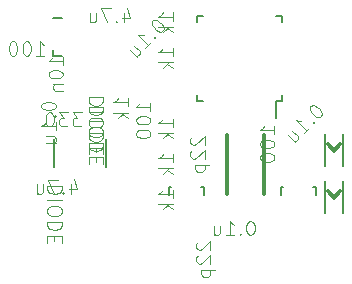
<source format=gbr>
G04 #@! TF.FileFunction,Legend,Bot*
%FSLAX46Y46*%
G04 Gerber Fmt 4.6, Leading zero omitted, Abs format (unit mm)*
G04 Created by KiCad (PCBNEW 4.0.6) date 04/15/17 09:15:45*
%MOMM*%
%LPD*%
G01*
G04 APERTURE LIST*
%ADD10C,0.100000*%
%ADD11C,0.150000*%
%ADD12C,0.300000*%
%ADD13C,0.101600*%
G04 APERTURE END LIST*
D10*
D11*
X22625000Y-9625000D02*
X22100000Y-9625000D01*
X22625000Y-2375000D02*
X22100000Y-2375000D01*
X15375000Y-2375000D02*
X15900000Y-2375000D01*
X15375000Y-9625000D02*
X15900000Y-9625000D01*
X22625000Y-9625000D02*
X22625000Y-9100000D01*
X15375000Y-9625000D02*
X15375000Y-9100000D01*
X15375000Y-2375000D02*
X15375000Y-2900000D01*
X22625000Y-2375000D02*
X22625000Y-2900000D01*
X22100000Y-9625000D02*
X22100000Y-11000000D01*
D12*
X17900000Y-17500000D02*
X17900000Y-12500000D01*
X21100000Y-17500000D02*
X21100000Y-12500000D01*
D11*
X3249480Y-5800200D02*
X3249480Y-5309980D01*
X3950520Y-5800200D02*
X3249480Y-5800200D01*
X3950520Y-2599800D02*
X3249480Y-2599800D01*
D12*
X27000000Y-13800000D02*
X26500000Y-13200000D01*
X27000000Y-13800000D02*
X27500000Y-13200000D01*
D11*
X26250000Y-15100000D02*
X26250000Y-12400000D01*
X27750000Y-15100000D02*
X27750000Y-12400000D01*
D12*
X27000000Y-17800000D02*
X26500000Y-17200000D01*
X27000000Y-17800000D02*
X27500000Y-17200000D01*
D11*
X26250000Y-19100000D02*
X26250000Y-16400000D01*
X27750000Y-19100000D02*
X27750000Y-16400000D01*
X7700000Y-15200000D02*
X7700000Y-12800000D01*
X3300000Y-12800000D02*
X3300000Y-15200000D01*
X25499820Y-17550800D02*
X25499820Y-16849760D01*
X25499820Y-16849760D02*
X25250900Y-16849760D01*
X22700840Y-16849760D02*
X22500180Y-16849760D01*
X22500180Y-16849760D02*
X22500180Y-17550800D01*
X15999820Y-17550800D02*
X15999820Y-16849760D01*
X15999820Y-16849760D02*
X15750900Y-16849760D01*
X13200840Y-16849760D02*
X13000180Y-16849760D01*
X13000180Y-16849760D02*
X13000180Y-17550800D01*
D13*
X19982929Y-19736048D02*
X19868024Y-19736048D01*
X19753119Y-19793500D01*
X19695667Y-19850952D01*
X19638214Y-19965857D01*
X19580762Y-20195667D01*
X19580762Y-20482929D01*
X19638214Y-20712738D01*
X19695667Y-20827643D01*
X19753119Y-20885095D01*
X19868024Y-20942548D01*
X19982929Y-20942548D01*
X20097833Y-20885095D01*
X20155286Y-20827643D01*
X20212738Y-20712738D01*
X20270190Y-20482929D01*
X20270190Y-20195667D01*
X20212738Y-19965857D01*
X20155286Y-19850952D01*
X20097833Y-19793500D01*
X19982929Y-19736048D01*
X19063690Y-20827643D02*
X19006238Y-20885095D01*
X19063690Y-20942548D01*
X19121142Y-20885095D01*
X19063690Y-20827643D01*
X19063690Y-20942548D01*
X17857190Y-20942548D02*
X18546618Y-20942548D01*
X18201904Y-20942548D02*
X18201904Y-19736048D01*
X18316809Y-19908405D01*
X18431714Y-20023310D01*
X18546618Y-20080762D01*
X16823047Y-20138214D02*
X16823047Y-20942548D01*
X17340118Y-20138214D02*
X17340118Y-20770190D01*
X17282666Y-20885095D01*
X17167761Y-20942548D01*
X16995404Y-20942548D01*
X16880499Y-20885095D01*
X16823047Y-20827643D01*
X15450952Y-21529810D02*
X15393500Y-21587262D01*
X15336048Y-21702167D01*
X15336048Y-21989429D01*
X15393500Y-22104333D01*
X15450952Y-22161786D01*
X15565857Y-22219238D01*
X15680762Y-22219238D01*
X15853119Y-22161786D01*
X16542548Y-21472357D01*
X16542548Y-22219238D01*
X15450952Y-22678858D02*
X15393500Y-22736310D01*
X15336048Y-22851215D01*
X15336048Y-23138477D01*
X15393500Y-23253381D01*
X15450952Y-23310834D01*
X15565857Y-23368286D01*
X15680762Y-23368286D01*
X15853119Y-23310834D01*
X16542548Y-22621405D01*
X16542548Y-23368286D01*
X15738214Y-23885358D02*
X16944714Y-23885358D01*
X15795667Y-23885358D02*
X15738214Y-24000263D01*
X15738214Y-24230072D01*
X15795667Y-24344977D01*
X15853119Y-24402429D01*
X15968024Y-24459882D01*
X16312738Y-24459882D01*
X16427643Y-24402429D01*
X16485095Y-24344977D01*
X16542548Y-24230072D01*
X16542548Y-24000263D01*
X16485095Y-23885358D01*
X14950952Y-12629810D02*
X14893500Y-12687262D01*
X14836048Y-12802167D01*
X14836048Y-13089429D01*
X14893500Y-13204333D01*
X14950952Y-13261786D01*
X15065857Y-13319238D01*
X15180762Y-13319238D01*
X15353119Y-13261786D01*
X16042548Y-12572357D01*
X16042548Y-13319238D01*
X14950952Y-13778858D02*
X14893500Y-13836310D01*
X14836048Y-13951215D01*
X14836048Y-14238477D01*
X14893500Y-14353381D01*
X14950952Y-14410834D01*
X15065857Y-14468286D01*
X15180762Y-14468286D01*
X15353119Y-14410834D01*
X16042548Y-13721405D01*
X16042548Y-14468286D01*
X15238214Y-14985358D02*
X16444714Y-14985358D01*
X15295667Y-14985358D02*
X15238214Y-15100263D01*
X15238214Y-15330072D01*
X15295667Y-15444977D01*
X15353119Y-15502429D01*
X15468024Y-15559882D01*
X15812738Y-15559882D01*
X15927643Y-15502429D01*
X15985095Y-15444977D01*
X16042548Y-15330072D01*
X16042548Y-15100263D01*
X15985095Y-14985358D01*
X25069054Y-9971875D02*
X24987803Y-10053125D01*
X24947178Y-10175000D01*
X24947178Y-10256250D01*
X24987803Y-10378125D01*
X25109678Y-10581250D01*
X25312803Y-10784375D01*
X25515927Y-10906250D01*
X25637803Y-10946875D01*
X25719052Y-10946875D01*
X25840928Y-10906250D01*
X25922178Y-10825000D01*
X25962802Y-10703125D01*
X25962803Y-10621875D01*
X25922177Y-10500000D01*
X25800302Y-10296876D01*
X25597177Y-10093751D01*
X25394053Y-9971875D01*
X25272178Y-9931250D01*
X25190928Y-9931251D01*
X25069054Y-9971875D01*
X25190928Y-11393750D02*
X25190928Y-11474999D01*
X25272178Y-11475000D01*
X25272177Y-11393750D01*
X25190928Y-11393750D01*
X25272178Y-11475000D01*
X24419053Y-12328124D02*
X24906553Y-11840625D01*
X24662803Y-12084375D02*
X23809679Y-11231250D01*
X24012804Y-11271875D01*
X24175304Y-11271875D01*
X24297178Y-11231250D01*
X23119054Y-12490624D02*
X23687804Y-13059374D01*
X23484678Y-12124999D02*
X23931553Y-12571874D01*
X23972178Y-12693749D01*
X23931554Y-12815624D01*
X23809679Y-12937499D01*
X23687803Y-12978124D01*
X23606554Y-12978124D01*
X11679967Y-2739642D02*
X11598716Y-2820892D01*
X11558091Y-2942767D01*
X11558091Y-3024017D01*
X11598716Y-3145892D01*
X11720591Y-3349017D01*
X11923716Y-3552142D01*
X12126840Y-3674017D01*
X12248716Y-3714642D01*
X12329965Y-3714642D01*
X12451841Y-3674017D01*
X12533091Y-3592767D01*
X12573715Y-3470892D01*
X12573716Y-3389642D01*
X12533090Y-3267767D01*
X12411215Y-3064643D01*
X12208090Y-2861518D01*
X12004966Y-2739642D01*
X11883091Y-2699017D01*
X11801841Y-2699018D01*
X11679967Y-2739642D01*
X11801841Y-4161517D02*
X11801841Y-4242766D01*
X11883091Y-4242767D01*
X11883090Y-4161517D01*
X11801841Y-4161517D01*
X11883091Y-4242767D01*
X11029966Y-5095891D02*
X11517466Y-4608392D01*
X11273716Y-4852142D02*
X10420592Y-3999017D01*
X10623717Y-4039642D01*
X10786217Y-4039642D01*
X10908091Y-3999017D01*
X9729967Y-5258391D02*
X10298717Y-5827141D01*
X10095591Y-4892766D02*
X10542466Y-5339641D01*
X10583091Y-5461516D01*
X10542467Y-5583391D01*
X10420592Y-5705266D01*
X10298716Y-5745891D01*
X10217467Y-5745891D01*
X13347548Y-2784238D02*
X13347548Y-2094810D01*
X13347548Y-2439524D02*
X12141048Y-2439524D01*
X12313405Y-2324619D01*
X12428310Y-2209714D01*
X12485762Y-2094810D01*
X13347548Y-3301310D02*
X12141048Y-3301310D01*
X12887929Y-3416215D02*
X13347548Y-3760929D01*
X12543214Y-3760929D02*
X13002833Y-3301310D01*
X13347548Y-5784238D02*
X13347548Y-5094810D01*
X13347548Y-5439524D02*
X12141048Y-5439524D01*
X12313405Y-5324619D01*
X12428310Y-5209714D01*
X12485762Y-5094810D01*
X13347548Y-6301310D02*
X12141048Y-6301310D01*
X12887929Y-6416215D02*
X13347548Y-6760929D01*
X12543214Y-6760929D02*
X13002833Y-6301310D01*
X9537548Y-10054238D02*
X9537548Y-9364810D01*
X9537548Y-9709524D02*
X8331048Y-9709524D01*
X8503405Y-9594619D01*
X8618310Y-9479714D01*
X8675762Y-9364810D01*
X9537548Y-10571310D02*
X8331048Y-10571310D01*
X9077929Y-10686215D02*
X9537548Y-11030929D01*
X8733214Y-11030929D02*
X9192833Y-10571310D01*
X13347548Y-11784238D02*
X13347548Y-11094810D01*
X13347548Y-11439524D02*
X12141048Y-11439524D01*
X12313405Y-11324619D01*
X12428310Y-11209714D01*
X12485762Y-11094810D01*
X13347548Y-12301310D02*
X12141048Y-12301310D01*
X12887929Y-12416215D02*
X13347548Y-12760929D01*
X12543214Y-12760929D02*
X13002833Y-12301310D01*
X13347548Y-14784238D02*
X13347548Y-14094810D01*
X13347548Y-14439524D02*
X12141048Y-14439524D01*
X12313405Y-14324619D01*
X12428310Y-14209714D01*
X12485762Y-14094810D01*
X13347548Y-15301310D02*
X12141048Y-15301310D01*
X12887929Y-15416215D02*
X13347548Y-15760929D01*
X12543214Y-15760929D02*
X13002833Y-15301310D01*
X13347548Y-17784238D02*
X13347548Y-17094810D01*
X13347548Y-17439524D02*
X12141048Y-17439524D01*
X12313405Y-17324619D01*
X12428310Y-17209714D01*
X12485762Y-17094810D01*
X13347548Y-18301310D02*
X12141048Y-18301310D01*
X12887929Y-18416215D02*
X13347548Y-18760929D01*
X12543214Y-18760929D02*
X13002833Y-18301310D01*
X11442548Y-10419238D02*
X11442548Y-9729810D01*
X11442548Y-10074524D02*
X10236048Y-10074524D01*
X10408405Y-9959619D01*
X10523310Y-9844714D01*
X10580762Y-9729810D01*
X10236048Y-11166119D02*
X10236048Y-11281024D01*
X10293500Y-11395929D01*
X10350952Y-11453381D01*
X10465857Y-11510834D01*
X10695667Y-11568286D01*
X10982929Y-11568286D01*
X11212738Y-11510834D01*
X11327643Y-11453381D01*
X11385095Y-11395929D01*
X11442548Y-11281024D01*
X11442548Y-11166119D01*
X11385095Y-11051215D01*
X11327643Y-10993762D01*
X11212738Y-10936310D01*
X10982929Y-10878858D01*
X10695667Y-10878858D01*
X10465857Y-10936310D01*
X10350952Y-10993762D01*
X10293500Y-11051215D01*
X10236048Y-11166119D01*
X10236048Y-12315167D02*
X10236048Y-12430072D01*
X10293500Y-12544977D01*
X10350952Y-12602429D01*
X10465857Y-12659882D01*
X10695667Y-12717334D01*
X10982929Y-12717334D01*
X11212738Y-12659882D01*
X11327643Y-12602429D01*
X11385095Y-12544977D01*
X11442548Y-12430072D01*
X11442548Y-12315167D01*
X11385095Y-12200263D01*
X11327643Y-12142810D01*
X11212738Y-12085358D01*
X10982929Y-12027906D01*
X10695667Y-12027906D01*
X10465857Y-12085358D01*
X10350952Y-12142810D01*
X10293500Y-12200263D01*
X10236048Y-12315167D01*
X4695667Y-16638214D02*
X4695667Y-17442548D01*
X4982929Y-16178595D02*
X5270190Y-17040381D01*
X4523310Y-17040381D01*
X4063690Y-17327643D02*
X4006238Y-17385095D01*
X4063690Y-17442548D01*
X4121142Y-17385095D01*
X4063690Y-17327643D01*
X4063690Y-17442548D01*
X3604071Y-16236048D02*
X2799738Y-16236048D01*
X3316809Y-17442548D01*
X1823047Y-16638214D02*
X1823047Y-17442548D01*
X2340118Y-16638214D02*
X2340118Y-17270190D01*
X2282666Y-17385095D01*
X2167761Y-17442548D01*
X1995404Y-17442548D01*
X1880499Y-17385095D01*
X1823047Y-17327643D01*
X9195667Y-2138214D02*
X9195667Y-2942548D01*
X9482929Y-1678595D02*
X9770190Y-2540381D01*
X9023310Y-2540381D01*
X8563690Y-2827643D02*
X8506238Y-2885095D01*
X8563690Y-2942548D01*
X8621142Y-2885095D01*
X8563690Y-2827643D01*
X8563690Y-2942548D01*
X8104071Y-1736048D02*
X7299738Y-1736048D01*
X7816809Y-2942548D01*
X6323047Y-2138214D02*
X6323047Y-2942548D01*
X6840118Y-2138214D02*
X6840118Y-2770190D01*
X6782666Y-2885095D01*
X6667761Y-2942548D01*
X6495404Y-2942548D01*
X6380499Y-2885095D01*
X6323047Y-2827643D01*
X4042548Y-6519238D02*
X4042548Y-5829810D01*
X4042548Y-6174524D02*
X2836048Y-6174524D01*
X3008405Y-6059619D01*
X3123310Y-5944714D01*
X3180762Y-5829810D01*
X2836048Y-7266119D02*
X2836048Y-7381024D01*
X2893500Y-7495929D01*
X2950952Y-7553381D01*
X3065857Y-7610834D01*
X3295667Y-7668286D01*
X3582929Y-7668286D01*
X3812738Y-7610834D01*
X3927643Y-7553381D01*
X3985095Y-7495929D01*
X4042548Y-7381024D01*
X4042548Y-7266119D01*
X3985095Y-7151215D01*
X3927643Y-7093762D01*
X3812738Y-7036310D01*
X3582929Y-6978858D01*
X3295667Y-6978858D01*
X3065857Y-7036310D01*
X2950952Y-7093762D01*
X2893500Y-7151215D01*
X2836048Y-7266119D01*
X3238214Y-8185358D02*
X4042548Y-8185358D01*
X3353119Y-8185358D02*
X3295667Y-8242810D01*
X3238214Y-8357715D01*
X3238214Y-8530072D01*
X3295667Y-8644977D01*
X3410571Y-8702429D01*
X4042548Y-8702429D01*
X5627643Y-10536048D02*
X4880762Y-10536048D01*
X5282929Y-10995667D01*
X5110571Y-10995667D01*
X4995667Y-11053119D01*
X4938214Y-11110571D01*
X4880762Y-11225476D01*
X4880762Y-11512738D01*
X4938214Y-11627643D01*
X4995667Y-11685095D01*
X5110571Y-11742548D01*
X5455286Y-11742548D01*
X5570190Y-11685095D01*
X5627643Y-11627643D01*
X4478595Y-10536048D02*
X3731714Y-10536048D01*
X4133881Y-10995667D01*
X3961523Y-10995667D01*
X3846619Y-11053119D01*
X3789166Y-11110571D01*
X3731714Y-11225476D01*
X3731714Y-11512738D01*
X3789166Y-11627643D01*
X3846619Y-11685095D01*
X3961523Y-11742548D01*
X4306238Y-11742548D01*
X4421142Y-11685095D01*
X4478595Y-11627643D01*
X2984833Y-10536048D02*
X2869928Y-10536048D01*
X2755023Y-10593500D01*
X2697571Y-10650952D01*
X2640118Y-10765857D01*
X2582666Y-10995667D01*
X2582666Y-11282929D01*
X2640118Y-11512738D01*
X2697571Y-11627643D01*
X2755023Y-11685095D01*
X2869928Y-11742548D01*
X2984833Y-11742548D01*
X3099737Y-11685095D01*
X3157190Y-11627643D01*
X3214642Y-11512738D01*
X3272094Y-11282929D01*
X3272094Y-10995667D01*
X3214642Y-10765857D01*
X3157190Y-10650952D01*
X3099737Y-10593500D01*
X2984833Y-10536048D01*
X1780762Y-5742548D02*
X2470190Y-5742548D01*
X2125476Y-5742548D02*
X2125476Y-4536048D01*
X2240381Y-4708405D01*
X2355286Y-4823310D01*
X2470190Y-4880762D01*
X1033881Y-4536048D02*
X918976Y-4536048D01*
X804071Y-4593500D01*
X746619Y-4650952D01*
X689166Y-4765857D01*
X631714Y-4995667D01*
X631714Y-5282929D01*
X689166Y-5512738D01*
X746619Y-5627643D01*
X804071Y-5685095D01*
X918976Y-5742548D01*
X1033881Y-5742548D01*
X1148785Y-5685095D01*
X1206238Y-5627643D01*
X1263690Y-5512738D01*
X1321142Y-5282929D01*
X1321142Y-4995667D01*
X1263690Y-4765857D01*
X1206238Y-4650952D01*
X1148785Y-4593500D01*
X1033881Y-4536048D01*
X-115167Y-4536048D02*
X-230072Y-4536048D01*
X-344977Y-4593500D01*
X-402429Y-4650952D01*
X-459882Y-4765857D01*
X-517334Y-4995667D01*
X-517334Y-5282929D01*
X-459882Y-5512738D01*
X-402429Y-5627643D01*
X-344977Y-5685095D01*
X-230072Y-5742548D01*
X-115167Y-5742548D01*
X-263Y-5685095D01*
X57190Y-5627643D01*
X114642Y-5512738D01*
X172094Y-5282929D01*
X172094Y-4995667D01*
X114642Y-4765857D01*
X57190Y-4650952D01*
X-263Y-4593500D01*
X-115167Y-4536048D01*
X3942548Y-16787262D02*
X2736048Y-16787262D01*
X2736048Y-17074524D01*
X2793500Y-17246881D01*
X2908405Y-17361786D01*
X3023310Y-17419238D01*
X3253119Y-17476690D01*
X3425476Y-17476690D01*
X3655286Y-17419238D01*
X3770190Y-17361786D01*
X3885095Y-17246881D01*
X3942548Y-17074524D01*
X3942548Y-16787262D01*
X3942548Y-17993762D02*
X2736048Y-17993762D01*
X2736048Y-18798095D02*
X2736048Y-19027905D01*
X2793500Y-19142810D01*
X2908405Y-19257714D01*
X3138214Y-19315167D01*
X3540381Y-19315167D01*
X3770190Y-19257714D01*
X3885095Y-19142810D01*
X3942548Y-19027905D01*
X3942548Y-18798095D01*
X3885095Y-18683191D01*
X3770190Y-18568286D01*
X3540381Y-18510834D01*
X3138214Y-18510834D01*
X2908405Y-18568286D01*
X2793500Y-18683191D01*
X2736048Y-18798095D01*
X3942548Y-19832238D02*
X2736048Y-19832238D01*
X2736048Y-20119500D01*
X2793500Y-20291857D01*
X2908405Y-20406762D01*
X3023310Y-20464214D01*
X3253119Y-20521666D01*
X3425476Y-20521666D01*
X3655286Y-20464214D01*
X3770190Y-20406762D01*
X3885095Y-20291857D01*
X3942548Y-20119500D01*
X3942548Y-19832238D01*
X3310571Y-21038738D02*
X3310571Y-21440905D01*
X3942548Y-21613262D02*
X3942548Y-21038738D01*
X2736048Y-21038738D01*
X2736048Y-21613262D01*
X7442548Y-9287262D02*
X6236048Y-9287262D01*
X6236048Y-9574524D01*
X6293500Y-9746881D01*
X6408405Y-9861786D01*
X6523310Y-9919238D01*
X6753119Y-9976690D01*
X6925476Y-9976690D01*
X7155286Y-9919238D01*
X7270190Y-9861786D01*
X7385095Y-9746881D01*
X7442548Y-9574524D01*
X7442548Y-9287262D01*
X7442548Y-10493762D02*
X6236048Y-10493762D01*
X6236048Y-11298095D02*
X6236048Y-11527905D01*
X6293500Y-11642810D01*
X6408405Y-11757714D01*
X6638214Y-11815167D01*
X7040381Y-11815167D01*
X7270190Y-11757714D01*
X7385095Y-11642810D01*
X7442548Y-11527905D01*
X7442548Y-11298095D01*
X7385095Y-11183191D01*
X7270190Y-11068286D01*
X7040381Y-11010834D01*
X6638214Y-11010834D01*
X6408405Y-11068286D01*
X6293500Y-11183191D01*
X6236048Y-11298095D01*
X7442548Y-12332238D02*
X6236048Y-12332238D01*
X6236048Y-12619500D01*
X6293500Y-12791857D01*
X6408405Y-12906762D01*
X6523310Y-12964214D01*
X6753119Y-13021666D01*
X6925476Y-13021666D01*
X7155286Y-12964214D01*
X7270190Y-12906762D01*
X7385095Y-12791857D01*
X7442548Y-12619500D01*
X7442548Y-12332238D01*
X6810571Y-13538738D02*
X6810571Y-13940905D01*
X7442548Y-14113262D02*
X7442548Y-13538738D01*
X6236048Y-13538738D01*
X6236048Y-14113262D01*
X7442548Y-10087262D02*
X6236048Y-10087262D01*
X6236048Y-10374524D01*
X6293500Y-10546881D01*
X6408405Y-10661786D01*
X6523310Y-10719238D01*
X6753119Y-10776690D01*
X6925476Y-10776690D01*
X7155286Y-10719238D01*
X7270190Y-10661786D01*
X7385095Y-10546881D01*
X7442548Y-10374524D01*
X7442548Y-10087262D01*
X7442548Y-11293762D02*
X6236048Y-11293762D01*
X6236048Y-12098095D02*
X6236048Y-12327905D01*
X6293500Y-12442810D01*
X6408405Y-12557714D01*
X6638214Y-12615167D01*
X7040381Y-12615167D01*
X7270190Y-12557714D01*
X7385095Y-12442810D01*
X7442548Y-12327905D01*
X7442548Y-12098095D01*
X7385095Y-11983191D01*
X7270190Y-11868286D01*
X7040381Y-11810834D01*
X6638214Y-11810834D01*
X6408405Y-11868286D01*
X6293500Y-11983191D01*
X6236048Y-12098095D01*
X7442548Y-13132238D02*
X6236048Y-13132238D01*
X6236048Y-13419500D01*
X6293500Y-13591857D01*
X6408405Y-13706762D01*
X6523310Y-13764214D01*
X6753119Y-13821666D01*
X6925476Y-13821666D01*
X7155286Y-13764214D01*
X7270190Y-13706762D01*
X7385095Y-13591857D01*
X7442548Y-13419500D01*
X7442548Y-13132238D01*
X6810571Y-14338738D02*
X6810571Y-14740905D01*
X7442548Y-14913262D02*
X7442548Y-14338738D01*
X6236048Y-14338738D01*
X6236048Y-14913262D01*
X21942548Y-12419238D02*
X21942548Y-11729810D01*
X21942548Y-12074524D02*
X20736048Y-12074524D01*
X20908405Y-11959619D01*
X21023310Y-11844714D01*
X21080762Y-11729810D01*
X20736048Y-13166119D02*
X20736048Y-13281024D01*
X20793500Y-13395929D01*
X20850952Y-13453381D01*
X20965857Y-13510834D01*
X21195667Y-13568286D01*
X21482929Y-13568286D01*
X21712738Y-13510834D01*
X21827643Y-13453381D01*
X21885095Y-13395929D01*
X21942548Y-13281024D01*
X21942548Y-13166119D01*
X21885095Y-13051215D01*
X21827643Y-12993762D01*
X21712738Y-12936310D01*
X21482929Y-12878858D01*
X21195667Y-12878858D01*
X20965857Y-12936310D01*
X20850952Y-12993762D01*
X20793500Y-13051215D01*
X20736048Y-13166119D01*
X20736048Y-14315167D02*
X20736048Y-14430072D01*
X20793500Y-14544977D01*
X20850952Y-14602429D01*
X20965857Y-14659882D01*
X21195667Y-14717334D01*
X21482929Y-14717334D01*
X21712738Y-14659882D01*
X21827643Y-14602429D01*
X21885095Y-14544977D01*
X21942548Y-14430072D01*
X21942548Y-14315167D01*
X21885095Y-14200263D01*
X21827643Y-14142810D01*
X21712738Y-14085358D01*
X21482929Y-14027906D01*
X21195667Y-14027906D01*
X20965857Y-14085358D01*
X20850952Y-14142810D01*
X20793500Y-14200263D01*
X20736048Y-14315167D01*
X2231048Y-9952071D02*
X2231048Y-10066976D01*
X2288500Y-10181881D01*
X2345952Y-10239333D01*
X2460857Y-10296786D01*
X2690667Y-10354238D01*
X2977929Y-10354238D01*
X3207738Y-10296786D01*
X3322643Y-10239333D01*
X3380095Y-10181881D01*
X3437548Y-10066976D01*
X3437548Y-9952071D01*
X3380095Y-9837167D01*
X3322643Y-9779714D01*
X3207738Y-9722262D01*
X2977929Y-9664810D01*
X2690667Y-9664810D01*
X2460857Y-9722262D01*
X2345952Y-9779714D01*
X2288500Y-9837167D01*
X2231048Y-9952071D01*
X3322643Y-10871310D02*
X3380095Y-10928762D01*
X3437548Y-10871310D01*
X3380095Y-10813858D01*
X3322643Y-10871310D01*
X3437548Y-10871310D01*
X3437548Y-12077810D02*
X3437548Y-11388382D01*
X3437548Y-11733096D02*
X2231048Y-11733096D01*
X2403405Y-11618191D01*
X2518310Y-11503286D01*
X2575762Y-11388382D01*
X2633214Y-13111953D02*
X3437548Y-13111953D01*
X2633214Y-12594882D02*
X3265190Y-12594882D01*
X3380095Y-12652334D01*
X3437548Y-12767239D01*
X3437548Y-12939596D01*
X3380095Y-13054501D01*
X3322643Y-13111953D01*
M02*

</source>
